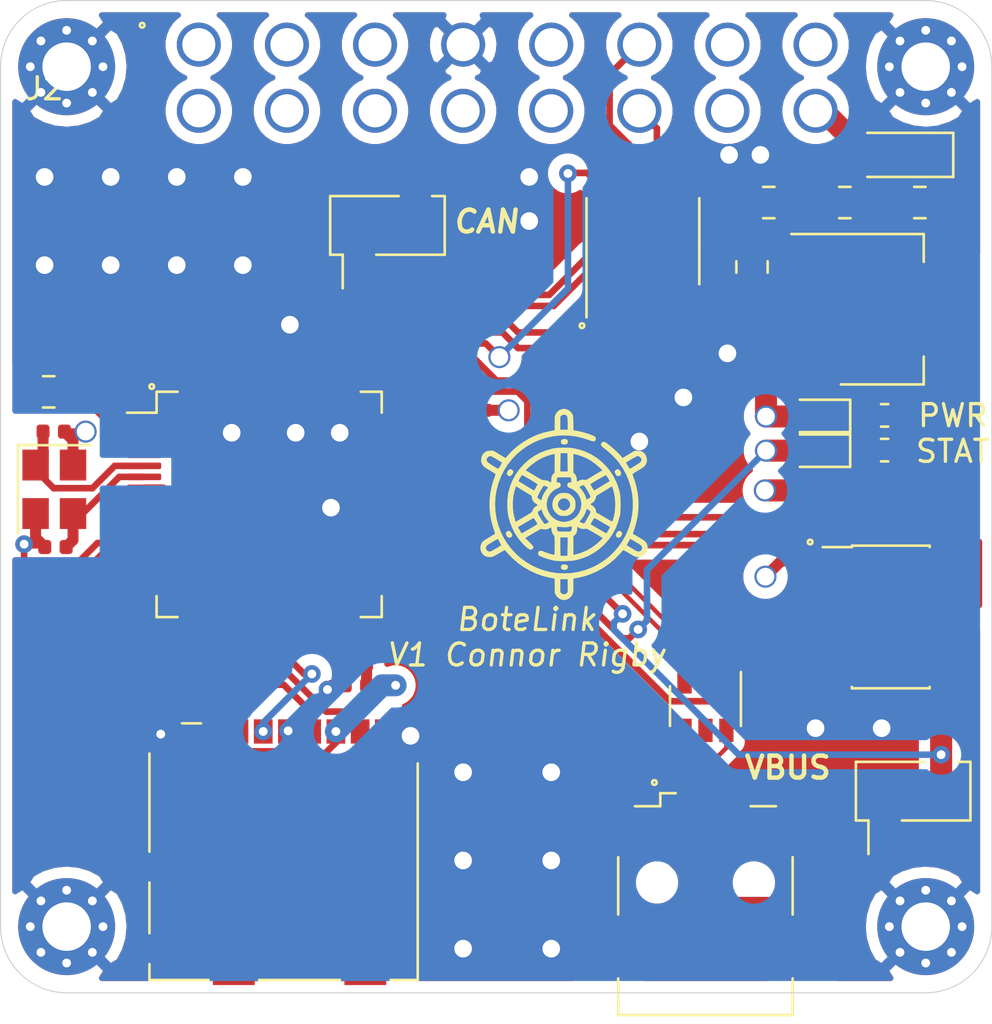
<source format=kicad_pcb>
(kicad_pcb (version 20171130) (host pcbnew 5.1.6)
  (layers (0 F.Cu signal) (1 In1.Cu power) (2 In2.Cu power) (31 B.Cu signal) (34 B.Paste user) (35 F.Paste user) (36 B.SilkS user) (37 F.SilkS user) (38 B.Mask user) (39 F.Mask user) (44 Edge.Cuts user))
  (net 0 "")
  (net 1 GND)
  (net 2 "Net-(C1-Pad2)")
  (net 3 +3V3)
  (net 4 HSE_IN)
  (net 5 HSE_OUT)
  (net 6 NRST)
  (net 7 "Net-(D1-Pad1)")
  (net 8 VCC)
  (net 9 "Net-(D2-Pad1)")
  (net 10 "Net-(D3-Pad2)")
  (net 11 "Net-(D3-Pad1)")
  (net 12 "Net-(F1-Pad2)")
  (net 13 "Net-(J1-Pad4)")
  (net 14 USB_CONN_D+)
  (net 15 USB_CONN_D-)
  (net 16 "Net-(J1-Pad1)")
  (net 17 "Net-(J2-Pad1)")
  (net 18 "Net-(J2-Pad2)")
  (net 19 "Net-(J2-Pad5)")
  (net 20 CANH)
  (net 21 "Net-(J2-Pad7)")
  (net 22 "Net-(J2-Pad10)")
  (net 23 CANL)
  (net 24 "Net-(J2-Pad15)")
  (net 25 "Net-(J3-Pad1)")
  (net 26 "Net-(J3-Pad8)")
  (net 27 SD_CS)
  (net 28 MOSI)
  (net 29 SCK)
  (net 30 MISO)
  (net 31 "Net-(J3-Pad9)")
  (net 32 SWDIO)
  (net 33 SWCLK)
  (net 34 SWO)
  (net 35 "Net-(J4-Pad7)")
  (net 36 "Net-(J4-Pad8)")
  (net 37 USB_VBUS)
  (net 38 "Net-(JP2-Pad1)")
  (net 39 "Net-(R1-Pad1)")
  (net 40 BOOT0)
  (net 41 CAN1_TX)
  (net 42 CAN1_RX)
  (net 43 "Net-(U1-Pad5)")
  (net 44 USB_D+)
  (net 45 "Net-(U3-Pad2)")
  (net 46 USB_D-)
  (net 47 "Net-(U3-Pad5)")
  (net 48 "Net-(U4-Pad2)")
  (net 49 "Net-(U4-Pad3)")
  (net 50 "Net-(U4-Pad4)")
  (net 51 "Net-(U4-Pad8)")
  (net 52 "Net-(U4-Pad9)")
  (net 53 "Net-(U4-Pad10)")
  (net 54 "Net-(U4-Pad11)")
  (net 55 "Net-(U4-Pad14)")
  (net 56 "Net-(U4-Pad15)")
  (net 57 "Net-(U4-Pad16)")
  (net 58 "Net-(U4-Pad17)")
  (net 59 "Net-(U4-Pad24)")
  (net 60 "Net-(U4-Pad25)")
  (net 61 "Net-(U4-Pad26)")
  (net 62 "Net-(U4-Pad27)")
  (net 63 "Net-(U4-Pad28)")
  (net 64 "Net-(U4-Pad29)")
  (net 65 "Net-(U4-Pad30)")
  (net 66 "Net-(U4-Pad34)")
  (net 67 "Net-(U4-Pad35)")
  (net 68 "Net-(U4-Pad36)")
  (net 69 "Net-(U4-Pad37)")
  (net 70 "Net-(U4-Pad38)")
  (net 71 "Net-(U4-Pad39)")
  (net 72 "Net-(U4-Pad40)")
  (net 73 "Net-(U4-Pad41)")
  (net 74 "Net-(U4-Pad43)")
  (net 75 "Net-(U4-Pad50)")
  (net 76 "Net-(U4-Pad51)")
  (net 77 "Net-(U4-Pad52)")
  (net 78 "Net-(U4-Pad53)")
  (net 79 "Net-(U4-Pad54)")
  (net 80 "Net-(U4-Pad56)")
  (net 81 "Net-(U4-Pad57)")
  (net 82 "Net-(U4-Pad58)")
  (net 83 "Net-(U4-Pad59)")
  (net 84 "Net-(J3-Pad11)")
  (net 85 "Net-(J3-Pad10)")
  (module Capacitor_SMD:C_0402_1005Metric (layer F.Cu) (at 212.852 121.92)
    (fp_text reference C11)
    (fp_text value 100nf)
    (pad 1 smd roundrect (at -0.485 0) (size 0.59 0.64) (layers F.Cu F.Paste F.Mask) (net 6 NRST))
    (pad 2 smd roundrect (at 0.485 0) (size 0.59 0.64) (layers F.Cu F.Paste F.Mask) (net 1 GND))
  )
  (module Package_SO:SOIC-8_3.9x4.9mm_P1.27mm (layer F.Cu) (at 199.1614 100.9142 90)
    (fp_text reference U1)
    (fp_text value SN65HVD230)
    (pad 1 smd roundrect (at -2.475 -1.905 90) (size 1.95 0.6) (layers F.Cu F.Paste F.Mask) (net 41 CAN1_TX))
    (pad 2 smd roundrect (at -2.475 -0.635 90) (size 1.95 0.6) (layers F.Cu F.Paste F.Mask) (net 1 GND))
    (pad 3 smd roundrect (at -2.475 0.635 90) (size 1.95 0.6) (layers F.Cu F.Paste F.Mask) (net 3 +3V3))
    (pad 4 smd roundrect (at -2.475 1.905 90) (size 1.95 0.6) (layers F.Cu F.Paste F.Mask) (net 42 CAN1_RX))
    (pad 5 smd roundrect (at 2.475 1.905 90) (size 1.95 0.6) (layers F.Cu F.Paste F.Mask) (net 43 "Net-(U1-Pad5)"))
    (pad 6 smd roundrect (at 2.475 0.635 90) (size 1.95 0.6) (layers F.Cu F.Paste F.Mask) (net 23 CANL))
    (pad 7 smd roundrect (at 2.475 -0.635 90) (size 1.95 0.6) (layers F.Cu F.Paste F.Mask) (net 20 CANH))
    (pad 8 smd roundrect (at 2.475 -1.905 90) (size 1.95 0.6) (layers F.Cu F.Paste F.Mask) (net 39 "Net-(R1-Pad1)"))
  )
  (module OBD2:J1962 (layer F.Cu) (at 179 92)
    (fp_text reference J2 (at -7 2) (layer F.SilkS))
    (fp_text value J1962)
    (pad 16 thru_hole circle (at 28 3) (size 2 2) (drill 1.5) (layers *.Cu *.Mask) (net 8 VCC))
    (pad 15 thru_hole circle (at 24 3) (size 2 2) (drill 1.5) (layers *.Cu *.Mask) (net 24 "Net-(J2-Pad15)"))
    (pad 14 thru_hole circle (at 20 3) (size 2 2) (drill 1.5) (layers *.Cu *.Mask) (net 23 CANL))
    (pad 13 thru_hole circle (at 16 3) (size 2 2) (drill 1.5) (layers *.Cu *.Mask))
    (pad 12 thru_hole circle (at 12 3) (size 2 2) (drill 1.5) (layers *.Cu *.Mask))
    (pad 11 thru_hole circle (at 8 3) (size 2 2) (drill 1.5) (layers *.Cu *.Mask))
    (pad 10 thru_hole circle (at 4 3) (size 2 2) (drill 1.5) (layers *.Cu *.Mask) (net 22 "Net-(J2-Pad10)"))
    (pad 9 thru_hole circle (at 0 3) (size 2 2) (drill 1.5) (layers *.Cu *.Mask))
    (pad 8 thru_hole circle (at 28 0) (size 2 2) (drill 1.5) (layers *.Cu *.Mask))
    (pad 7 thru_hole circle (at 24 0) (size 2 2) (drill 1.5) (layers *.Cu *.Mask) (net 21 "Net-(J2-Pad7)"))
    (pad 6 thru_hole circle (at 20 0) (size 2 2) (drill 1.5) (layers *.Cu *.Mask) (net 20 CANH))
    (pad 5 thru_hole circle (at 16 0) (size 2 2) (drill 1.5) (layers *.Cu *.Mask) (net 19 "Net-(J2-Pad5)"))
    (pad 4 thru_hole circle (at 12 0) (size 2 2) (drill 1.5) (layers *.Cu *.Mask) (net 1 GND))
    (pad 3 thru_hole circle (at 8 0) (size 2 2) (drill 1.5) (layers *.Cu *.Mask))
    (pad 2 thru_hole circle (at 4 0) (size 2 2) (drill 1.5) (layers *.Cu *.Mask) (net 18 "Net-(J2-Pad2)"))
    (pad 1 thru_hole circle (at 0 0) (size 2 2) (drill 1.5) (layers *.Cu *.Mask) (net 17 "Net-(J2-Pad1)"))
  )
  (module Logos:BoteLinkLogo (layer F.Cu) (at 195.58 112.8522)
    (fp_text reference G*** hide)
    (fp_text value LOGO hide)
  )
  (module Capacitor_SMD:C_0805_2012Metric (layer F.Cu) (at 204.8764 99.1616)
    (fp_text reference C1)
    (fp_text value 10uf)
    (pad 1 smd roundrect (at -0.9375 0) (size 0.975 1.4) (layers F.Cu F.Paste F.Mask) (net 1 GND))
    (pad 2 smd roundrect (at 0.9375 0) (size 0.975 1.4) (layers F.Cu F.Paste F.Mask) (net 2 "Net-(C1-Pad2)"))
  )
  (module Capacitor_SMD:C_0402_1005Metric (layer F.Cu) (at 191.008 109.0676 270)
    (fp_text reference C2)
    (fp_text value 100nf)
    (pad 2 smd roundrect (at 0.485 0 270) (size 0.59 0.64) (layers F.Cu F.Paste F.Mask) (net 1 GND))
    (pad 1 smd roundrect (at -0.485 0 270) (size 0.59 0.64) (layers F.Cu F.Paste F.Mask) (net 3 +3V3))
  )
  (module Capacitor_SMD:C_0805_2012Metric (layer F.Cu) (at 204.1144 102.0826 270)
    (fp_text reference C3)
    (fp_text value 10uf)
    (pad 1 smd roundrect (at -0.9375 0 270) (size 0.975 1.4) (layers F.Cu F.Paste F.Mask) (net 1 GND))
    (pad 2 smd roundrect (at 0.9375 0 270) (size 0.975 1.4) (layers F.Cu F.Paste F.Mask) (net 3 +3V3))
  )
  (module Capacitor_SMD:C_0805_2012Metric (layer F.Cu) (at 172.1866 107.7468)
    (fp_text reference C4)
    (fp_text value 10uf)
    (pad 2 smd roundrect (at 0.9375 0) (size 0.975 1.4) (layers F.Cu F.Paste F.Mask) (net 3 +3V3))
    (pad 1 smd roundrect (at -0.9375 0) (size 0.975 1.4) (layers F.Cu F.Paste F.Mask) (net 1 GND))
  )
  (module Capacitor_SMD:C_0402_1005Metric (layer F.Cu) (at 173.5074 118.2624 180)
    (fp_text reference C5)
    (fp_text value 100nf)
    (pad 1 smd roundrect (at -0.485 0 180) (size 0.59 0.64) (layers F.Cu F.Paste F.Mask) (net 3 +3V3))
    (pad 2 smd roundrect (at 0.485 0 180) (size 0.59 0.64) (layers F.Cu F.Paste F.Mask) (net 1 GND))
  )
  (module Capacitor_SMD:C_0402_1005Metric (layer F.Cu) (at 191.9986 109.0676 270)
    (fp_text reference C6)
    (fp_text value 100nf)
    (pad 2 smd roundrect (at 0.485 0 270) (size 0.59 0.64) (layers F.Cu F.Paste F.Mask) (net 1 GND))
    (pad 1 smd roundrect (at -0.485 0 270) (size 0.59 0.64) (layers F.Cu F.Paste F.Mask) (net 3 +3V3))
  )
  (module Capacitor_SMD:C_0402_1005Metric (layer F.Cu) (at 190.0174 109.070001 270)
    (fp_text reference C7)
    (fp_text value 100nf)
    (pad 2 smd roundrect (at 0.485 0 270) (size 0.59 0.64) (layers F.Cu F.Paste F.Mask) (net 1 GND))
    (pad 1 smd roundrect (at -0.485 0 270) (size 0.59 0.64) (layers F.Cu F.Paste F.Mask) (net 3 +3V3))
  )
  (module Capacitor_SMD:C_0402_1005Metric (layer F.Cu) (at 172.4152 109.5502 180)
    (fp_text reference C8)
    (fp_text value 20pf)
    (pad 1 smd roundrect (at -0.485 0 180) (size 0.59 0.64) (layers F.Cu F.Paste F.Mask) (net 1 GND))
    (pad 2 smd roundrect (at 0.485 0 180) (size 0.59 0.64) (layers F.Cu F.Paste F.Mask) (net 4 HSE_IN))
  )
  (module Capacitor_SMD:C_0402_1005Metric (layer F.Cu) (at 186.1312 120.0912 180)
    (fp_text reference C9)
    (fp_text value 100nf)
    (pad 1 smd roundrect (at -0.485 0 180) (size 0.59 0.64) (layers F.Cu F.Paste F.Mask) (net 3 +3V3))
    (pad 2 smd roundrect (at 0.485 0 180) (size 0.59 0.64) (layers F.Cu F.Paste F.Mask) (net 1 GND))
  )
  (module Capacitor_SMD:C_0402_1005Metric (layer F.Cu) (at 172.4914 114.7826)
    (fp_text reference C10)
    (fp_text value 20pf)
    (pad 1 smd roundrect (at -0.485 0) (size 0.59 0.64) (layers F.Cu F.Paste F.Mask) (net 1 GND))
    (pad 2 smd roundrect (at 0.485 0) (size 0.59 0.64) (layers F.Cu F.Paste F.Mask) (net 5 HSE_OUT))
  )
  (module Capacitor_SMD:C_0402_1005Metric (layer F.Cu) (at 186.1312 121.0564 180)
    (fp_text reference C12)
    (fp_text value 100nf)
    (pad 2 smd roundrect (at 0.485 0 180) (size 0.59 0.64) (layers F.Cu F.Paste F.Mask) (net 1 GND))
    (pad 1 smd roundrect (at -0.485 0 180) (size 0.59 0.64) (layers F.Cu F.Paste F.Mask) (net 3 +3V3))
  )
  (module Capacitor_SMD:C_0402_1005Metric (layer F.Cu) (at 173.51 116.2986 180)
    (fp_text reference C13)
    (fp_text value 100nf)
    (pad 1 smd roundrect (at -0.485 0 180) (size 0.59 0.64) (layers F.Cu F.Paste F.Mask) (net 3 +3V3))
    (pad 2 smd roundrect (at 0.485 0 180) (size 0.59 0.64) (layers F.Cu F.Paste F.Mask) (net 1 GND))
  )
  (module Capacitor_SMD:C_0402_1005Metric (layer F.Cu) (at 173.51 117.2892 180)
    (fp_text reference C14)
    (fp_text value 100nf)
    (pad 2 smd roundrect (at 0.485 0 180) (size 0.59 0.64) (layers F.Cu F.Paste F.Mask) (net 1 GND))
    (pad 1 smd roundrect (at -0.485 0 180) (size 0.59 0.64) (layers F.Cu F.Paste F.Mask) (net 3 +3V3))
  )
  (module Diode_SMD:D_SOD-123 (layer F.Cu) (at 211 97 180)
    (fp_text reference D1)
    (fp_text value B5819W)
    (pad 1 smd rect (at -1.65 0 180) (size 0.9 1.2) (layers F.Cu F.Paste F.Mask) (net 7 "Net-(D1-Pad1)"))
    (pad 2 smd rect (at 1.65 0 180) (size 0.9 1.2) (layers F.Cu F.Paste F.Mask) (net 8 VCC))
  )
  (module LED_SMD:LED_0603_1608Metric (layer F.Cu) (at 207.0862 108.839 180)
    (fp_text reference D2)
    (fp_text value RED)
    (pad 1 smd roundrect (at -0.7875 0 180) (size 0.875 0.95) (layers F.Cu F.Paste F.Mask) (net 9 "Net-(D2-Pad1)"))
    (pad 2 smd roundrect (at 0.7875 0 180) (size 0.875 0.95) (layers F.Cu F.Paste F.Mask) (net 3 +3V3))
  )
  (module LED_SMD:LED_0603_1608Metric (layer F.Cu) (at 207.0862 110.4138 180)
    (fp_text reference D3)
    (fp_text value RED)
    (pad 2 smd roundrect (at 0.7875 0 180) (size 0.875 0.95) (layers F.Cu F.Paste F.Mask) (net 10 "Net-(D3-Pad2)"))
    (pad 1 smd roundrect (at -0.7875 0 180) (size 0.875 0.95) (layers F.Cu F.Paste F.Mask) (net 11 "Net-(D3-Pad1)"))
  )
  (module Fuse:Fuse_0805_2012Metric (layer F.Cu) (at 211.7344 99.1616 180)
    (fp_text reference F1)
    (fp_text value 500ma)
    (pad 1 smd roundrect (at -0.9375 0 180) (size 0.975 1.4) (layers F.Cu F.Paste F.Mask) (net 7 "Net-(D1-Pad1)"))
    (pad 2 smd roundrect (at 0.9375 0 180) (size 0.975 1.4) (layers F.Cu F.Paste F.Mask) (net 12 "Net-(F1-Pad2)"))
  )
  (module Inductor_SMD:L_0805_2012Metric (layer F.Cu) (at 208.3308 99.1616)
    (fp_text reference FB1)
    (fp_text value "100 @ 100MHz")
    (pad 1 smd roundrect (at -0.9375 0) (size 0.975 1.4) (layers F.Cu F.Paste F.Mask) (net 2 "Net-(C1-Pad2)"))
    (pad 2 smd roundrect (at 0.9375 0) (size 0.975 1.4) (layers F.Cu F.Paste F.Mask) (net 12 "Net-(F1-Pad2)"))
  )
  (module Crystal:Crystal_SMD_3225-4Pin_3.2x2.5mm (layer F.Cu) (at 172.4406 112.1664 270)
    (fp_text reference HSE1)
    (fp_text value 25MHz)
    (pad 1 smd rect (at -1.1 0.85 270) (size 1.4 1.2) (layers F.Cu F.Paste F.Mask) (net 4 HSE_IN))
    (pad 2 smd rect (at 1.1 0.85 270) (size 1.4 1.2) (layers F.Cu F.Paste F.Mask) (net 1 GND))
    (pad 3 smd rect (at 1.1 -0.85 270) (size 1.4 1.2) (layers F.Cu F.Paste F.Mask) (net 5 HSE_OUT))
    (pad 4 smd rect (at -1.1 -0.85 270) (size 1.4 1.2) (layers F.Cu F.Paste F.Mask) (net 1 GND))
  )
  (module Connector_Card:microSD_HC_Molex_104031-0811 (layer F.Cu) (at 182.8292 128.6002)
    (fp_text reference J3)
    (fp_text value Micro_SD_Card)
    (pad 1 smd rect (at -3.105 -5.45) (size 0.85 1.1) (layers F.Cu F.Paste F.Mask) (net 25 "Net-(J3-Pad1)"))
    (pad 8 smd rect (at 4.545 -5.45) (size 0.75 1.1) (layers F.Cu F.Paste F.Mask) (net 26 "Net-(J3-Pad8)"))
    (pad 2 smd rect (at -2.005 -5.45) (size 0.85 1.1) (layers F.Cu F.Paste F.Mask) (net 27 SD_CS))
    (pad 3 smd rect (at -0.905 -5.45) (size 0.85 1.1) (layers F.Cu F.Paste F.Mask) (net 28 MOSI))
    (pad 4 smd rect (at 0.195 -5.45) (size 0.85 1.1) (layers F.Cu F.Paste F.Mask) (net 1 GND))
    (pad 5 smd rect (at 1.295 -5.45) (size 0.85 1.1) (layers F.Cu F.Paste F.Mask) (net 29 SCK))
    (pad 6 smd rect (at 2.395 -5.45) (size 0.85 1.1) (layers F.Cu F.Paste F.Mask) (net 3 +3V3))
    (pad 7 smd rect (at 3.495 -5.45) (size 0.85 1.1) (layers F.Cu F.Paste F.Mask) (net 30 MISO))
    (pad 11 smd rect (at 5.755 -5.1) (size 1.17 1.8) (layers F.Cu F.Paste F.Mask) (net 1 GND))
    (pad 11 smd rect (at -5.565 -5.325) (size 1.55 1.35) (layers F.Cu F.Paste F.Mask) (net 1 GND))
    (pad 10 smd rect (at -5.74 4.4) (size 1.2 1) (layers F.Cu F.Paste F.Mask) (net 85 "Net-(J3-Pad10)"))
    (pad 9 smd rect (at -5.74 0.7) (size 1.2 1) (layers F.Cu F.Paste F.Mask) (net 31 "Net-(J3-Pad9)"))
    (pad 11 smd rect (at -2.24 5.375) (size 1.9 1.35) (layers F.Cu F.Paste F.Mask) (net 84 "Net-(J3-Pad11)"))
    (pad 11 smd rect (at 3.73 5.375) (size 1.9 1.35) (layers F.Cu F.Paste F.Mask) (net 84 "Net-(J3-Pad11)"))
  )
  (module Connector_PinHeader_1.27mm:PinHeader_2x05_P1.27mm_Vertical_SMD (layer F.Cu) (at 210.4136 117.9576)
    (fp_text reference J4)
    (fp_text value Conn_02x05_Odd_Even)
    (pad 1 smd rect (at -1.95 -2.54) (size 2.4 0.74) (layers F.Cu F.Paste F.Mask) (net 3 +3V3))
    (pad 2 smd rect (at 1.95 -2.54) (size 2.4 0.74) (layers F.Cu F.Paste F.Mask) (net 32 SWDIO))
    (pad 3 smd rect (at -1.95 -1.27) (size 2.4 0.74) (layers F.Cu F.Paste F.Mask) (net 1 GND))
    (pad 4 smd rect (at 1.95 -1.27) (size 2.4 0.74) (layers F.Cu F.Paste F.Mask) (net 33 SWCLK))
    (pad 5 smd rect (at -1.95 0) (size 2.4 0.74) (layers F.Cu F.Paste F.Mask) (net 1 GND))
    (pad 6 smd rect (at 1.95 0) (size 2.4 0.74) (layers F.Cu F.Paste F.Mask) (net 34 SWO))
    (pad 7 smd rect (at -1.95 1.27) (size 2.4 0.74) (layers F.Cu F.Paste F.Mask) (net 35 "Net-(J4-Pad7)"))
    (pad 8 smd rect (at 1.95 1.27) (size 2.4 0.74) (layers F.Cu F.Paste F.Mask) (net 36 "Net-(J4-Pad8)"))
    (pad 9 smd rect (at -1.95 2.54) (size 2.4 0.74) (layers F.Cu F.Paste F.Mask) (net 1 GND))
    (pad 10 smd rect (at 1.95 2.54) (size 2.4 0.74) (layers F.Cu F.Paste F.Mask) (net 6 NRST))
  )
  (module Resistor_SMD:R_0402_1005Metric (layer F.Cu) (at 182.10784 105.2195 90)
    (fp_text reference R1)
    (fp_text value 10k)
    (pad 2 smd roundrect (at 0.485 0 90) (size 0.59 0.64) (layers F.Cu F.Paste F.Mask) (net 1 GND))
    (pad 1 smd roundrect (at -0.485 0 90) (size 0.59 0.64) (layers F.Cu F.Paste F.Mask) (net 39 "Net-(R1-Pad1)"))
  )
  (module Resistor_SMD:R_0402_1005Metric (layer F.Cu) (at 191.15532 102.72014 90)
    (fp_text reference R2)
    (fp_text value 120k)
    (pad 1 smd roundrect (at -0.485 0 90) (size 0.59 0.64) (layers F.Cu F.Paste F.Mask) (net 38 "Net-(JP2-Pad1)"))
    (pad 2 smd roundrect (at 0.485 0 90) (size 0.59 0.64) (layers F.Cu F.Paste F.Mask) (net 20 CANH))
  )
  (module Resistor_SMD:R_0603_1608Metric (layer F.Cu) (at 210.1342 108.8136)
    (fp_text reference R3)
    (fp_text value 2.2k)
    (pad 1 smd roundrect (at -0.7875 0) (size 0.875 0.95) (layers F.Cu F.Paste F.Mask) (net 9 "Net-(D2-Pad1)"))
    (pad 2 smd roundrect (at 0.7875 0) (size 0.875 0.95) (layers F.Cu F.Paste F.Mask) (net 1 GND))
  )
  (module Resistor_SMD:R_0402_1005Metric (layer F.Cu) (at 181.11724 105.2195 90)
    (fp_text reference R4)
    (fp_text value 10k)
    (pad 1 smd roundrect (at -0.485 0 90) (size 0.59 0.64) (layers F.Cu F.Paste F.Mask) (net 40 BOOT0))
    (pad 2 smd roundrect (at 0.485 0 90) (size 0.59 0.64) (layers F.Cu F.Paste F.Mask) (net 1 GND))
  )
  (module Resistor_SMD:R_0603_1608Metric (layer F.Cu) (at 210.1342 110.3884)
    (fp_text reference R5)
    (fp_text value 2.2k)
    (pad 2 smd roundrect (at 0.7875 0) (size 0.875 0.95) (layers F.Cu F.Paste F.Mask) (net 1 GND))
    (pad 1 smd roundrect (at -0.7875 0) (size 0.875 0.95) (layers F.Cu F.Paste F.Mask) (net 11 "Net-(D3-Pad1)"))
  )
  (module Package_TO_SOT_SMD:SOT-223-3_TabPin2 (layer F.Cu) (at 210 104)
    (fp_text reference U2)
    (fp_text value AMS1117-3.3)
    (pad 2 smd rect (at 3.15 0) (size 2 3.8) (layers F.Cu F.Paste F.Mask) (net 3 +3V3))
    (pad 2 smd rect (at -3.15 0) (size 2 1.5) (layers F.Cu F.Paste F.Mask) (net 3 +3V3))
    (pad 3 smd rect (at -3.15 2.3) (size 2 1.5) (layers F.Cu F.Paste F.Mask) (net 2 "Net-(C1-Pad2)"))
    (pad 1 smd rect (at -3.15 -2.3) (size 2 1.5) (layers F.Cu F.Paste F.Mask) (net 1 GND))
  )
  (module Package_TO_SOT_SMD:SOT-23-6 (layer F.Cu) (at 202 122 270)
    (fp_text reference U3)
    (fp_text value USBLC6-2SC6)
    (pad 1 smd rect (at -1.1 -0.95 270) (size 1.06 0.65) (layers F.Cu F.Paste F.Mask) (net 44 USB_D+))
    (pad 2 smd rect (at -1.1 0 270) (size 1.06 0.65) (layers F.Cu F.Paste F.Mask) (net 45 "Net-(U3-Pad2)"))
    (pad 3 smd rect (at -1.1 0.95 270) (size 1.06 0.65) (layers F.Cu F.Paste F.Mask) (net 46 USB_D-))
    (pad 4 smd rect (at 1.1 0.95 270) (size 1.06 0.65) (layers F.Cu F.Paste F.Mask) (net 15 USB_CONN_D-))
    (pad 6 smd rect (at 1.1 -0.95 270) (size 1.06 0.65) (layers F.Cu F.Paste F.Mask) (net 14 USB_CONN_D+))
    (pad 5 smd rect (at 1.1 0 270) (size 1.06 0.65) (layers F.Cu F.Paste F.Mask) (net 47 "Net-(U3-Pad5)"))
  )
  (module Package_QFP:LQFP-64_10x10mm_P0.5mm (layer F.Cu) (at 182.1942 112.8522)
    (fp_text reference U4)
    (fp_text value STM32F105RBTx)
    (pad 1 smd roundrect (at -5.675 -3.75) (size 1.55 0.3) (layers F.Cu F.Paste F.Mask) (net 3 +3V3))
    (pad 2 smd roundrect (at -5.675 -3.25) (size 1.55 0.3) (layers F.Cu F.Paste F.Mask) (net 48 "Net-(U4-Pad2)"))
    (pad 3 smd roundrect (at -5.675 -2.75) (size 1.55 0.3) (layers F.Cu F.Paste F.Mask) (net 49 "Net-(U4-Pad3)"))
    (pad 4 smd roundrect (at -5.675 -2.25) (size 1.55 0.3) (layers F.Cu F.Paste F.Mask) (net 50 "Net-(U4-Pad4)"))
    (pad 5 smd roundrect (at -5.675 -1.75) (size 1.55 0.3) (layers F.Cu F.Paste F.Mask) (net 4 HSE_IN))
    (pad 6 smd roundrect (at -5.675 -1.25) (size 1.55 0.3) (layers F.Cu F.Paste F.Mask) (net 5 HSE_OUT))
    (pad 7 smd roundrect (at -5.675 -0.75) (size 1.55 0.3) (layers F.Cu F.Paste F.Mask) (net 6 NRST))
    (pad 8 smd roundrect (at -5.675 -0.25) (size 1.55 0.3) (layers F.Cu F.Paste F.Mask) (net 51 "Net-(U4-Pad8)"))
    (pad 9 smd roundrect (at -5.675 0.25) (size 1.55 0.3) (layers F.Cu F.Paste F.Mask) (net 52 "Net-(U4-Pad9)"))
    (pad 10 smd roundrect (at -5.675 0.75) (size 1.55 0.3) (layers F.Cu F.Paste F.Mask) (net 53 "Net-(U4-Pad10)"))
    (pad 11 smd roundrect (at -5.675 1.25) (size 1.55 0.3) (layers F.Cu F.Paste F.Mask) (net 54 "Net-(U4-Pad11)"))
    (pad 12 smd roundrect (at -5.675 1.75) (size 1.55 0.3) (layers F.Cu F.Paste F.Mask) (net 1 GND))
    (pad 13 smd roundrect (at -5.675 2.25) (size 1.55 0.3) (layers F.Cu F.Paste F.Mask) (net 3 +3V3))
    (pad 14 smd roundrect (at -5.675 2.75) (size 1.55 0.3) (layers F.Cu F.Paste F.Mask) (net 55 "Net-(U4-Pad14)"))
    (pad 15 smd roundrect (at -5.675 3.25) (size 1.55 0.3) (layers F.Cu F.Paste F.Mask) (net 56 "Net-(U4-Pad15)"))
    (pad 16 smd roundrect (at -5.675 3.75) (size 1.55 0.3) (layers F.Cu F.Paste F.Mask) (net 57 "Net-(U4-Pad16)"))
    (pad 17 smd roundrect (at -3.75 5.675) (size 0.3 1.55) (layers F.Cu F.Paste F.Mask) (net 58 "Net-(U4-Pad17)"))
    (pad 18 smd roundrect (at -3.25 5.675) (size 0.3 1.55) (layers F.Cu F.Paste F.Mask) (net 1 GND))
    (pad 19 smd roundrect (at -2.75 5.675) (size 0.3 1.55) (layers F.Cu F.Paste F.Mask) (net 3 +3V3))
    (pad 20 smd roundrect (at -2.25 5.675) (size 0.3 1.55) (layers F.Cu F.Paste F.Mask) (net 27 SD_CS))
    (pad 21 smd roundrect (at -1.75 5.675) (size 0.3 1.55) (layers F.Cu F.Paste F.Mask) (net 29 SCK))
    (pad 22 smd roundrect (at -1.25 5.675) (size 0.3 1.55) (layers F.Cu F.Paste F.Mask) (net 30 MISO))
    (pad 23 smd roundrect (at -0.75 5.675) (size 0.3 1.55) (layers F.Cu F.Paste F.Mask) (net 28 MOSI))
    (pad 24 smd roundrect (at -0.25 5.675) (size 0.3 1.55) (layers F.Cu F.Paste F.Mask) (net 59 "Net-(U4-Pad24)"))
    (pad 25 smd roundrect (at 0.25 5.675) (size 0.3 1.55) (layers F.Cu F.Paste F.Mask) (net 60 "Net-(U4-Pad25)"))
    (pad 26 smd roundrect (at 0.75 5.675) (size 0.3 1.55) (layers F.Cu F.Paste F.Mask) (net 61 "Net-(U4-Pad26)"))
    (pad 27 smd roundrect (at 1.25 5.675) (size 0.3 1.55) (layers F.Cu F.Paste F.Mask) (net 62 "Net-(U4-Pad27)"))
    (pad 28 smd roundrect (at 1.75 5.675) (size 0.3 1.55) (layers F.Cu F.Paste F.Mask) (net 63 "Net-(U4-Pad28)"))
    (pad 29 smd roundrect (at 2.25 5.675) (size 0.3 1.55) (layers F.Cu F.Paste F.Mask) (net 64 "Net-(U4-Pad29)"))
    (pad 30 smd roundrect (at 2.75 5.675) (size 0.3 1.55) (layers F.Cu F.Paste F.Mask) (net 65 "Net-(U4-Pad30)"))
    (pad 31 smd roundrect (at 3.25 5.675) (size 0.3 1.55) (layers F.Cu F.Paste F.Mask) (net 1 GND))
    (pad 32 smd roundrect (at 3.75 5.675) (size 0.3 1.55) (layers F.Cu F.Paste F.Mask) (net 3 +3V3))
    (pad 33 smd roundrect (at 5.675 3.75) (size 1.55 0.3) (layers F.Cu F.Paste F.Mask) (net 10 "Net-(D3-Pad2)"))
    (pad 34 smd roundrect (at 5.675 3.25) (size 1.55 0.3) (layers F.Cu F.Paste F.Mask) (net 66 "Net-(U4-Pad34)"))
    (pad 35 smd roundrect (at 5.675 2.75) (size 1.55 0.3) (layers F.Cu F.Paste F.Mask) (net 67 "Net-(U4-Pad35)"))
    (pad 36 smd roundrect (at 5.675 2.25) (size 1.55 0.3) (layers F.Cu F.Paste F.Mask) (net 68 "Net-(U4-Pad36)"))
    (pad 37 smd roundrect (at 5.675 1.75) (size 1.55 0.3) (layers F.Cu F.Paste F.Mask) (net 69 "Net-(U4-Pad37)"))
    (pad 38 smd roundrect (at 5.675 1.25) (size 1.55 0.3) (layers F.Cu F.Paste F.Mask) (net 70 "Net-(U4-Pad38)"))
    (pad 39 smd roundrect (at 5.675 0.75) (size 1.55 0.3) (layers F.Cu F.Paste F.Mask) (net 71 "Net-(U4-Pad39)"))
    (pad 40 smd roundrect (at 5.675 0.25) (size 1.55 0.3) (layers F.Cu F.Paste F.Mask) (net 72 "Net-(U4-Pad40)"))
    (pad 41 smd roundrect (at 5.675 -0.25) (size 1.55 0.3) (layers F.Cu F.Paste F.Mask) (net 73 "Net-(U4-Pad41)"))
    (pad 42 smd roundrect (at 5.675 -0.75) (size 1.55 0.3) (layers F.Cu F.Paste F.Mask) (net 37 USB_VBUS))
    (pad 43 smd roundrect (at 5.675 -1.25) (size 1.55 0.3) (layers F.Cu F.Paste F.Mask) (net 74 "Net-(U4-Pad43)"))
    (pad 44 smd roundrect (at 5.675 -1.75) (size 1.55 0.3) (layers F.Cu F.Paste F.Mask) (net 46 USB_D-))
    (pad 45 smd roundrect (at 5.675 -2.25) (size 1.55 0.3) (layers F.Cu F.Paste F.Mask) (net 44 USB_D+))
    (pad 46 smd roundrect (at 5.675 -2.75) (size 1.55 0.3) (layers F.Cu F.Paste F.Mask) (net 32 SWDIO))
    (pad 47 smd roundrect (at 5.675 -3.25) (size 1.55 0.3) (layers F.Cu F.Paste F.Mask) (net 1 GND))
    (pad 48 smd roundrect (at 5.675 -3.75) (size 1.55 0.3) (layers F.Cu F.Paste F.Mask) (net 3 +3V3))
    (pad 49 smd roundrect (at 3.75 -5.675) (size 0.3 1.55) (layers F.Cu F.Paste F.Mask) (net 33 SWCLK))
    (pad 50 smd roundrect (at 3.25 -5.675) (size 0.3 1.55) (layers F.Cu F.Paste F.Mask) (net 75 "Net-(U4-Pad50)"))
    (pad 51 smd roundrect (at 2.75 -5.675) (size 0.3 1.55) (layers F.Cu F.Paste F.Mask) (net 76 "Net-(U4-Pad51)"))
    (pad 52 smd roundrect (at 2.25 -5.675) (size 0.3 1.55) (layers F.Cu F.Paste F.Mask) (net 77 "Net-(U4-Pad52)"))
    (pad 53 smd roundrect (at 1.75 -5.675) (size 0.3 1.55) (layers F.Cu F.Paste F.Mask) (net 78 "Net-(U4-Pad53)"))
    (pad 54 smd roundrect (at 1.25 -5.675) (size 0.3 1.55) (layers F.Cu F.Paste F.Mask) (net 79 "Net-(U4-Pad54)"))
    (pad 55 smd roundrect (at 0.75 -5.675) (size 0.3 1.55) (layers F.Cu F.Paste F.Mask) (net 34 SWO))
    (pad 56 smd roundrect (at 0.25 -5.675) (size 0.3 1.55) (layers F.Cu F.Paste F.Mask) (net 80 "Net-(U4-Pad56)"))
    (pad 57 smd roundrect (at -0.25 -5.675) (size 0.3 1.55) (layers F.Cu F.Paste F.Mask) (net 81 "Net-(U4-Pad57)"))
    (pad 58 smd roundrect (at -0.75 -5.675) (size 0.3 1.55) (layers F.Cu F.Paste F.Mask) (net 82 "Net-(U4-Pad58)"))
    (pad 59 smd roundrect (at -1.25 -5.675) (size 0.3 1.55) (layers F.Cu F.Paste F.Mask) (net 83 "Net-(U4-Pad59)"))
    (pad 60 smd roundrect (at -1.75 -5.675) (size 0.3 1.55) (layers F.Cu F.Paste F.Mask) (net 40 BOOT0))
    (pad 61 smd roundrect (at -2.25 -5.675) (size 0.3 1.55) (layers F.Cu F.Paste F.Mask) (net 42 CAN1_RX))
    (pad 62 smd roundrect (at -2.75 -5.675) (size 0.3 1.55) (layers F.Cu F.Paste F.Mask) (net 41 CAN1_TX))
    (pad 63 smd roundrect (at -3.25 -5.675) (size 0.3 1.55) (layers F.Cu F.Paste F.Mask) (net 1 GND))
    (pad 64 smd roundrect (at -3.75 -5.675) (size 0.3 1.55) (layers F.Cu F.Paste F.Mask) (net 3 +3V3))
  )
  (module MountingHole:MountingHole_2.2mm_M2_Pad_Via (layer F.Cu) (at 173 93)
    (fp_text reference H1)
    (fp_text value MountingHole_Pad)
    (pad 1 thru_hole circle (at 1.166726 -1.166726) (size 0.7 0.7) (drill 0.4) (layers *.Cu *.Mask) (net 1 GND))
    (pad 1 thru_hole circle (at 0 -1.65) (size 0.7 0.7) (drill 0.4) (layers *.Cu *.Mask) (net 1 GND))
    (pad 1 thru_hole circle (at -1.166726 -1.166726) (size 0.7 0.7) (drill 0.4) (layers *.Cu *.Mask) (net 1 GND))
    (pad 1 thru_hole circle (at -1.65 0) (size 0.7 0.7) (drill 0.4) (layers *.Cu *.Mask) (net 1 GND))
    (pad 1 thru_hole circle (at -1.166726 1.166726) (size 0.7 0.7) (drill 0.4) (layers *.Cu *.Mask) (net 1 GND))
    (pad 1 thru_hole circle (at 0 1.65) (size 0.7 0.7) (drill 0.4) (layers *.Cu *.Mask) (net 1 GND))
    (pad 1 thru_hole circle (at 1.166726 1.166726) (size 0.7 0.7) (drill 0.4) (layers *.Cu *.Mask) (net 1 GND))
    (pad 1 thru_hole circle (at 1.65 0) (size 0.7 0.7) (drill 0.4) (layers *.Cu *.Mask) (net 1 GND))
    (pad 1 thru_hole circle (at 0 0) (size 4.4 4.4) (drill 2.2) (layers *.Cu *.Mask) (net 1 GND))
  )
  (module MountingHole:MountingHole_2.2mm_M2_Pad_Via (layer F.Cu) (at 173 132)
    (fp_text reference H2)
    (fp_text value MountingHole_Pad)
    (pad 1 thru_hole circle (at 0 0) (size 4.4 4.4) (drill 2.2) (layers *.Cu *.Mask) (net 1 GND))
    (pad 1 thru_hole circle (at 1.65 0) (size 0.7 0.7) (drill 0.4) (layers *.Cu *.Mask) (net 1 GND))
    (pad 1 thru_hole circle (at 1.166726 1.166726) (size 0.7 0.7) (drill 0.4) (layers *.Cu *.Mask) (net 1 GND))
    (pad 1 thru_hole circle (at 0 1.65) (size 0.7 0.7) (drill 0.4) (layers *.Cu *.Mask) (net 1 GND))
    (pad 1 thru_hole circle (at -1.166726 1.166726) (size 0.7 0.7) (drill 0.4) (layers *.Cu *.Mask) (net 1 GND))
    (pad 1 thru_hole circle (at -1.65 0) (size 0.7 0.7) (drill 0.4) (layers *.Cu *.Mask) (net 1 GND))
    (pad 1 thru_hole circle (at -1.166726 -1.166726) (size 0.7 0.7) (drill 0.4) (layers *.Cu *.Mask) (net 1 GND))
    (pad 1 thru_hole circle (at 0 -1.65) (size 0.7 0.7) (drill 0.4) (layers *.Cu *.Mask) (net 1 GND))
    (pad 1 thru_hole circle (at 1.166726 -1.166726) (size 0.7 0.7) (drill 0.4) (layers *.Cu *.Mask) (net 1 GND))
  )
  (module MountingHole:MountingHole_2.2mm_M2_Pad_Via (layer F.Cu) (at 212 93)
    (fp_text reference H3)
    (fp_text value MountingHole_Pad)
    (pad 1 thru_hole circle (at 0 0) (size 4.4 4.4) (drill 2.2) (layers *.Cu *.Mask) (net 1 GND))
    (pad 1 thru_hole circle (at 1.65 0) (size 0.7 0.7) (drill 0.4) (layers *.Cu *.Mask) (net 1 GND))
    (pad 1 thru_hole circle (at 1.166726 1.166726) (size 0.7 0.7) (drill 0.4) (layers *.Cu *.Mask) (net 1 GND))
    (pad 1 thru_hole circle (at 0 1.65) (size 0.7 0.7) (drill 0.4) (layers *.Cu *.Mask) (net 1 GND))
    (pad 1 thru_hole circle (at -1.166726 1.166726) (size 0.7 0.7) (drill 0.4) (layers *.Cu *.Mask) (net 1 GND))
    (pad 1 thru_hole circle (at -1.65 0) (size 0.7 0.7) (drill 0.4) (layers *.Cu *.Mask) (net 1 GND))
    (pad 1 thru_hole circle (at -1.166726 -1.166726) (size 0.7 0.7) (drill 0.4) (layers *.Cu *.Mask) (net 1 GND))
    (pad 1 thru_hole circle (at 0 -1.65) (size 0.7 0.7) (drill 0.4) (layers *.Cu *.Mask) (net 1 GND))
    (pad 1 thru_hole circle (at 1.166726 -1.166726) (size 0.7 0.7) (drill 0.4) (layers *.Cu *.Mask) (net 1 GND))
  )
  (module MountingHole:MountingHole_2.2mm_M2_Pad_Via (layer F.Cu) (at 212 132)
    (fp_text reference H4)
    (fp_text value MountingHole_Pad)
    (pad 1 thru_hole circle (at 1.166726 -1.166726) (size 0.7 0.7) (drill 0.4) (layers *.Cu *.Mask) (net 1 GND))
    (pad 1 thru_hole circle (at 0 -1.65) (size 0.7 0.7) (drill 0.4) (layers *.Cu *.Mask) (net 1 GND))
    (pad 1 thru_hole circle (at -1.166726 -1.166726) (size 0.7 0.7) (drill 0.4) (layers *.Cu *.Mask) (net 1 GND))
    (pad 1 thru_hole circle (at -1.65 0) (size 0.7 0.7) (drill 0.4) (layers *.Cu *.Mask) (net 1 GND))
    (pad 1 thru_hole circle (at -1.166726 1.166726) (size 0.7 0.7) (drill 0.4) (layers *.Cu *.Mask) (net 1 GND))
    (pad 1 thru_hole circle (at 0 1.65) (size 0.7 0.7) (drill 0.4) (layers *.Cu *.Mask) (net 1 GND))
    (pad 1 thru_hole circle (at 1.166726 1.166726) (size 0.7 0.7) (drill 0.4) (layers *.Cu *.Mask) (net 1 GND))
    (pad 1 thru_hole circle (at 1.65 0) (size 0.7 0.7) (drill 0.4) (layers *.Cu *.Mask) (net 1 GND))
    (pad 1 thru_hole circle (at 0 0) (size 4.4 4.4) (drill 2.2) (layers *.Cu *.Mask) (net 1 GND))
  )
  (module Connector_USB:USB_Mini-B_Wuerth_65100516121_Horizontal (layer F.Cu) (at 202 130)
    (fp_text reference J1)
    (fp_text value USB_B_Mini)
    (pad 6 smd rect (at -4.4 2.9) (size 2 2.5) (layers F.Cu F.Paste F.Mask) (net 1 GND))
    (pad 6 smd rect (at 4.4 2.9) (size 2 2.5) (layers F.Cu F.Paste F.Mask) (net 1 GND))
    (pad 6 smd rect (at -4.4 -2.6) (size 2 2.5) (layers F.Cu F.Paste F.Mask) (net 1 GND))
    (pad 6 smd rect (at 4.4 -2.6) (size 2 2.5) (layers F.Cu F.Paste F.Mask) (net 1 GND))
    (pad 1 smd rect (at -1.6 -2.6) (size 0.5 2.5) (layers F.Cu F.Paste F.Mask) (net 16 "Net-(J1-Pad1)"))
    (pad 2 smd rect (at -0.8 -2.6) (size 0.5 2.5) (layers F.Cu F.Paste F.Mask) (net 15 USB_CONN_D-))
    (pad 3 smd rect (at 0 -2.6) (size 0.5 2.5) (layers F.Cu F.Paste F.Mask) (net 14 USB_CONN_D+))
    (pad 4 smd rect (at 0.8 -2.6) (size 0.5 2.5) (layers F.Cu F.Paste F.Mask) (net 13 "Net-(J1-Pad4)"))
    (pad 5 smd rect (at 1.6 -2.6) (size 0.5 2.5) (layers F.Cu F.Paste F.Mask) (net 1 GND))
    (pad "" np_thru_hole circle (at -2.2 0) (size 0.9 0.9) (drill 0.9) (layers *.Cu *.Mask))
    (pad "" np_thru_hole circle (at 2.2 0) (size 0.9 0.9) (drill 0.9) (layers *.Cu *.Mask))
  )
  (module Connector_PinHeader_2.54mm:PinHeader_1x02_P2.54mm_Vertical_SMD_Pin1Left (layer F.Cu) (at 211.4296 125.857 90)
    (fp_text reference JP1)
    (fp_text value VBUS_JUMP)
    (pad 1 smd rect (at -1.655 -1.27 90) (size 2.51 1) (layers F.Cu F.Paste F.Mask) (net 16 "Net-(J1-Pad1)"))
    (pad 2 smd rect (at 1.655 1.27 90) (size 2.51 1) (layers F.Cu F.Paste F.Mask) (net 37 USB_VBUS))
  )
  (module Connector_PinHeader_2.54mm:PinHeader_1x02_P2.54mm_Vertical_SMD_Pin1Left (layer F.Cu) (at 187.56376 100.19792 90)
    (fp_text reference JP2)
    (fp_text value CAN_TERM)
    (pad 2 smd rect (at 1.655 1.27 90) (size 2.51 1) (layers F.Cu F.Paste F.Mask) (net 23 CANL))
    (pad 1 smd rect (at -1.655 -1.27 90) (size 2.51 1) (layers F.Cu F.Paste F.Mask) (net 38 "Net-(JP2-Pad1)"))
  )
  (gr_text CAN (at 192.0494 100.0252) (layer F.SilkS) (effects (font (size 1 1) (thickness 0.2) italic)))
  (gr_text VBUS (at 205.74 124.7902) (layer F.SilkS) (effects (font (size 1 1) (thickness 0.2))))
  (gr_text "BoteLink\nV1 Connor Rigby" (at 193.8782 118.872) (layer F.SilkS) (effects (font (size 1 1) (thickness 0.15) italic)))
  (gr_circle (center 176.4284 91.11996) (end 176.46396 91.09456) (layer F.SilkS) (width 0.12))
  (gr_circle (center 196.39534 104.74452) (end 196.4309 104.71912) (layer F.SilkS) (width 0.12))
  (gr_circle (center 176.86274 107.5055) (end 176.8983 107.4801) (layer F.SilkS) (width 0.12))
  (gr_circle (center 199.6821 125.4633) (end 199.71766 125.4379) (layer F.SilkS) (width 0.12))
  (gr_text STAT (at 213.22792 110.44174) (layer F.SilkS) (effects (font (size 1 1))))
  (gr_text PWR (at 213.233 108.82376) (layer F.SilkS) (effects (font (size 1 1))))
  (gr_circle (center 206.75346 114.55908) (end 206.78902 114.53368) (layer F.SilkS) (width 0.12))
  (gr_arc (start 173 132) (end 170 132) (angle -90) (layer Edge.Cuts) (width 0.05))
  (gr_arc (start 212 132) (end 212 135) (angle -90) (layer Edge.Cuts) (width 0.05))
  (gr_arc (start 212 93) (end 215 93) (angle -90) (layer Edge.Cuts) (width 0.05))
  (gr_arc (start 173 93) (end 173 90) (angle -90) (layer Edge.Cuts) (width 0.05))
  (gr_line (start 212 90) (end 173 90) (layer Edge.Cuts) (width 0.05))
  (gr_line (start 215 132) (end 215 93) (layer Edge.Cuts) (width 0.05))
  (gr_line (start 173 135) (end 212 135) (layer Edge.Cuts) (width 0.05))
  (gr_line (start 170 93) (end 170 132) (layer Edge.Cuts) (width 0.05))
  (via (at 188.61024 123.34748) (size 1) (drill 0.8) (layers F.Cu B.Cu) (net 1))
  (via (at 177.27168 123.27128) (size 0.8) (drill 0.4) (layers F.Cu B.Cu) (net 1))
  (via (at 183.05526 123.11888) (size 0.8) (drill 0.4) (layers F.Cu B.Cu) (net 1))
  (segment (start 172.9002 109.5502) (end 173.863 109.5502) (width 0.3) (layer F.Cu) (net 1))
  (segment (start 173.863 109.5502) (end 173.863 109.5502) (width 0.3) (layer F.Cu) (net 1))
  (via (at 173.863 109.5502) (size 1) (drill 0.8) (layers F.Cu B.Cu) (net 1))
  (via (at 171.069 114.6556) (size 0.8) (drill 0.4) (layers F.Cu B.Cu) (net 1))
  (segment (start 171.8794 114.6556) (end 172.0064 114.7826) (width 0.4) (layer F.Cu) (net 1))
  (segment (start 171.069 114.6556) (end 171.8794 114.6556) (width 0.4) (layer F.Cu) (net 1))
  (segment (start 171.5906 114.3668) (end 172.0064 114.7826) (width 0.5) (layer F.Cu) (net 1))
  (segment (start 171.5906 113.2664) (end 171.5906 114.3668) (width 0.5) (layer F.Cu) (net 1))
  (segment (start 173.2906 109.9406) (end 172.9002 109.5502) (width 0.5) (layer F.Cu) (net 1))
  (segment (start 173.2906 111.0664) (end 173.2906 109.9406) (width 0.5) (layer F.Cu) (net 1))
  (segment (start 185.4442 119.8892) (end 185.61692 120.06192) (width 0.3) (layer F.Cu) (net 1))
  (segment (start 185.4442 118.5272) (end 185.4442 119.8892) (width 0.3) (layer F.Cu) (net 1))
  (segment (start 181.11724 104.7345) (end 182.10784 104.7345) (width 0.5) (layer F.Cu) (net 1))
  (segment (start 190.019801 109.5526) (end 190.0174 109.555001) (width 0.5) (layer F.Cu) (net 1))
  (segment (start 189.912199 109.4498) (end 190.0174 109.555001) (width 0.3) (layer F.Cu) (net 1))
  (segment (start 191.9986 109.5526) (end 191.008 109.5526) (width 0.5) (layer F.Cu) (net 1))
  (segment (start 191.005599 109.555001) (end 191.008 109.5526) (width 0.5) (layer F.Cu) (net 1))
  (segment (start 190.0174 109.555001) (end 191.005599 109.555001) (width 0.5) (layer F.Cu) (net 1))
  (segment (start 185.6462 120.0912) (end 185.6462 121.0564) (width 0.5) (layer F.Cu) (net 1))
  (segment (start 173.025 115.9786) (end 173.025 116.2986) (width 0.3) (layer F.Cu) (net 1))
  (segment (start 174.4014 114.6022) (end 173.025 115.9786) (width 0.3) (layer F.Cu) (net 1))
  (segment (start 176.5192 114.6022) (end 174.4014 114.6022) (width 0.3) (layer F.Cu) (net 1))
  (segment (start 173.025 117.2892) (end 173.025 116.2986) (width 0.5) (layer F.Cu) (net 1))
  (segment (start 210.9217 110.3884) (end 210.9217 108.8136) (width 1) (layer F.Cu) (net 1))
  (segment (start 198.5264 102.4142) (end 199.7701 101.1705) (width 0.5) (layer F.Cu) (net 1))
  (segment (start 198.5264 103.3892) (end 198.5264 102.4142) (width 0.5) (layer F.Cu) (net 1))
  (segment (start 185.61692 120.06192) (end 185.6462 120.0912) (width 0.3) (layer F.Cu) (net 1))
  (segment (start 178.9442 108.053258) (end 178.9442 107.1772) (width 0.3) (layer F.Cu) (net 1))
  (segment (start 180.493142 109.6022) (end 178.9442 108.053258) (width 0.3) (layer F.Cu) (net 1))
  (segment (start 187.8692 109.6022) (end 185.3978 109.6022) (width 0.3) (layer F.Cu) (net 1))
  (via (at 183.134718 104.70218) (size 1) (drill 0.8) (layers F.Cu B.Cu) (net 1))
  (segment (start 183.102398 104.7345) (end 183.134718 104.70218) (width 0.3) (layer F.Cu) (net 1))
  (segment (start 182.10784 104.7345) (end 183.102398 104.7345) (width 0.3) (layer F.Cu) (net 1))
  (via (at 180.493142 109.6022) (size 1) (drill 0.8) (layers F.Cu B.Cu) (net 1))
  (segment (start 180.493142 107.343756) (end 180.493142 109.6022) (width 0.3) (layer B.Cu) (net 1))
  (segment (start 183.134718 104.70218) (end 180.493142 107.343756) (width 0.3) (layer B.Cu) (net 1))
  (segment (start 197.65142 127.4) (end 197.6628 127.38862) (width 0.3) (layer F.Cu) (net 1))
  (segment (start 197.6 127.4) (end 197.65142 127.4) (width 0.3) (layer F.Cu) (net 1))
  (segment (start 206.4 127.3933) (end 206.375 127.3683) (width 0.3) (layer F.Cu) (net 1))
  (segment (start 206.4 127.4) (end 206.4 127.3933) (width 0.3) (layer F.Cu) (net 1))
  (segment (start 203.6 127.4) (end 206.4 127.4) (width 0.25) (layer F.Cu) (net 1))
  (via (at 172 98) (size 1) (drill 0.8) (layers F.Cu B.Cu) (net 1))
  (via (at 175 98) (size 1) (drill 0.8) (layers F.Cu B.Cu) (net 1))
  (via (at 178 98) (size 1) (drill 0.8) (layers F.Cu B.Cu) (net 1))
  (via (at 181 98) (size 1) (drill 0.8) (layers F.Cu B.Cu) (net 1))
  (via (at 181 102) (size 1) (drill 0.8) (layers F.Cu B.Cu) (net 1))
  (via (at 178 102) (size 1) (drill 0.8) (layers F.Cu B.Cu) (net 1))
  (via (at 175 102) (size 1) (drill 0.8) (layers F.Cu B.Cu) (net 1))
  (via (at 172 102) (size 1) (drill 0.8) (layers F.Cu B.Cu) (net 1))
  (via (at 194 98) (size 1) (drill 0.8) (layers F.Cu B.Cu) (net 1))
  (via (at 194 100) (size 1) (drill 0.8) (layers F.Cu B.Cu) (net 1))
  (via (at 199 110) (size 1) (drill 0.8) (layers F.Cu B.Cu) (net 1))
  (via (at 201 108) (size 1) (drill 0.8) (layers F.Cu B.Cu) (net 1))
  (via (at 203 106) (size 1) (drill 0.8) (layers F.Cu B.Cu) (net 1))
  (segment (start 185.3978 109.6022) (end 183.3978 109.6022) (width 0.3) (layer F.Cu) (net 1))
  (via (at 185.3978 109.6022) (size 1) (drill 0.8) (layers F.Cu B.Cu) (net 1))
  (segment (start 183.3978 109.6022) (end 180.493142 109.6022) (width 0.3) (layer F.Cu) (net 1))
  (via (at 183.3978 109.6022) (size 1) (drill 0.8) (layers F.Cu B.Cu) (net 1))
  (via (at 185 113) (size 1) (drill 0.8) (layers F.Cu B.Cu) (net 1))
  (via (at 191 125) (size 1) (drill 0.8) (layers F.Cu B.Cu) (net 1))
  (via (at 195 125) (size 1) (drill 0.8) (layers F.Cu B.Cu) (net 1))
  (via (at 195 129) (size 1) (drill 0.8) (layers F.Cu B.Cu) (net 1))
  (via (at 191 129) (size 1) (drill 0.8) (layers F.Cu B.Cu) (net 1))
  (via (at 191 133) (size 1) (drill 0.8) (layers F.Cu B.Cu) (net 1))
  (via (at 195 133) (size 1) (drill 0.8) (layers F.Cu B.Cu) (net 1))
  (via (at 207 123) (size 1) (drill 0.8) (layers F.Cu B.Cu) (net 1))
  (via (at 210 123) (size 1) (drill 0.8) (layers F.Cu B.Cu) (net 1))
  (segment (start 204.089 101.1705) (end 204.1144 101.1451) (width 0.5) (layer F.Cu) (net 1))
  (segment (start 199.7701 101.1705) (end 204.089 101.1705) (width 0.5) (layer F.Cu) (net 1))
  (segment (start 204.1144 99.3371) (end 203.9389 99.1616) (width 0.5) (layer F.Cu) (net 1))
  (segment (start 177.2666 123.2728) (end 177.2642 123.2752) (width 0.5) (layer F.Cu) (net 1))
  (via (at 184.840769 121.248987) (size 0.8) (drill 0.4) (layers F.Cu B.Cu) (net 1))
  (segment (start 185.033356 121.0564) (end 184.840769 121.248987) (width 0.5) (layer F.Cu) (net 1))
  (segment (start 185.6462 121.0564) (end 185.033356 121.0564) (width 0.5) (layer F.Cu) (net 1))
  (segment (start 208.405 120.5562) (end 208.4636 120.4976) (width 0.3) (layer F.Cu) (net 1))
  (segment (start 203.9389 99.1616) (end 203.9389 98.6305) (width 0.3) (layer F.Cu) (net 1))
  (via (at 204.4954 97) (size 1) (drill 0.8) (layers F.Cu B.Cu) (net 1))
  (via (at 203.073 97) (size 1) (drill 0.8) (layers F.Cu B.Cu) (net 1))
  (segment (start 203.9389 97.5565) (end 204.4954 97) (width 1) (layer F.Cu) (net 1))
  (segment (start 203.9389 99.1616) (end 203.9389 97.5565) (width 1) (layer F.Cu) (net 1))
  (segment (start 203.9389 97.8659) (end 203.073 97) (width 1) (layer F.Cu) (net 1))
  (segment (start 203.9389 99.1616) (end 203.9389 97.8659) (width 1) (layer F.Cu) (net 1))
  (segment (start 189.970201 109.6022) (end 190.0174 109.555001) (width 0.3) (layer F.Cu) (net 1))
  (segment (start 187.8692 109.6022) (end 189.970201 109.6022) (width 0.3) (layer F.Cu) (net 1))
  (segment (start 206.2951 101.1451) (end 206.85 101.7) (width 1) (layer F.Cu) (net 1))
  (segment (start 204.1144 101.1451) (end 206.2951 101.1451) (width 1) (layer F.Cu) (net 1))
  (segment (start 203.9389 100.9696) (end 204.1144 101.1451) (width 1) (layer F.Cu) (net 1))
  (segment (start 203.9389 99.1616) (end 203.9389 100.9696) (width 1) (layer F.Cu) (net 1))
  (segment (start 171.069 114.6556) (end 171.069 115.6716) (width 0.3) (layer F.Cu) (net 1))
  (segment (start 171.696 116.2986) (end 173.025 116.2986) (width 0.3) (layer F.Cu) (net 1))
  (segment (start 171.069 115.6716) (end 171.696 116.2986) (width 0.3) (layer F.Cu) (net 1))
  (segment (start 173.025 118.2598) (end 173.0224 118.2624) (width 0.5) (layer F.Cu) (net 1))
  (segment (start 173.025 117.2892) (end 173.025 118.2598) (width 0.5) (layer F.Cu) (net 1))
  (segment (start 183.0242 124.0002) (end 183.0242 123.1502) (width 0.3) (layer F.Cu) (net 1))
  (segment (start 179.019199 124.050201) (end 182.974199 124.050201) (width 0.3) (layer F.Cu) (net 1))
  (segment (start 178.9442 123.975202) (end 179.019199 124.050201) (width 0.3) (layer F.Cu) (net 1))
  (segment (start 182.974199 124.050201) (end 183.0242 124.0002) (width 0.3) (layer F.Cu) (net 1))
  (segment (start 178.9442 118.5272) (end 178.9442 123.975202) (width 0.3) (layer F.Cu) (net 1))
  (segment (start 208.3112 120.65) (end 208.4636 120.4976) (width 0.3) (layer F.Cu) (net 1))
  (segment (start 205.8139 99.1616) (end 207.3933 99.1616) (width 1) (layer F.Cu) (net 2))
  (segment (start 208.300001 105.110001) (end 207.110002 106.3) (width 0.5) (layer F.Cu) (net 2))
  (segment (start 207.110002 106.3) (end 206.85 106.3) (width 0.5) (layer F.Cu) (net 2))
  (segment (start 208.300001 100.068301) (end 208.300001 105.110001) (width 0.5) (layer F.Cu) (net 2))
  (segment (start 207.3933 99.1616) (end 208.300001 100.068301) (width 0.5) (layer F.Cu) (net 2))
  (segment (start 174.033386 116.2986) (end 173.995 116.2986) (width 0.3) (layer F.Cu) (net 3))
  (segment (start 186.6162 119.1992) (end 186.6162 120.0912) (width 0.3) (layer F.Cu) (net 3))
  (segment (start 185.9442 118.5272) (end 186.6162 119.1992) (width 0.3) (layer F.Cu) (net 3))
  (segment (start 191.005599 108.585001) (end 191.008 108.5826) (width 0.5) (layer F.Cu) (net 3))
  (segment (start 190.0174 108.585001) (end 191.005599 108.585001) (width 0.5) (layer F.Cu) (net 3))
  (segment (start 191.008 108.5826) (end 191.9986 108.5826) (width 0.5) (layer F.Cu) (net 3))
  (segment (start 186.6162 120.0912) (end 186.6162 121.0564) (width 0.5) (layer F.Cu) (net 3))
  (segment (start 173.995 117.2892) (end 173.995 116.2986) (width 0.5) (layer F.Cu) (net 3))
  (segment (start 199.7964 102.4142) (end 200.24641 101.96419) (width 0.5) (layer F.Cu) (net 3))
  (segment (start 199.7964 103.3892) (end 199.7964 102.4142) (width 0.5) (layer F.Cu) (net 3))
  (segment (start 186.6162 121.0564) (end 186.6162 121.0564) (width 0.5) (layer F.Cu) (net 3))
  (segment (start 203.05849 101.96419) (end 204.1144 103.0201) (width 0.5) (layer F.Cu) (net 3))
  (segment (start 200.24641 101.96419) (end 203.05849 101.96419) (width 0.5) (layer F.Cu) (net 3))
  (via (at 187.9346 121.0564) (size 0.8) (drill 0.4) (layers F.Cu B.Cu) (net 3))
  (segment (start 186.6162 121.0564) (end 187.9346 121.0564) (width 0.5) (layer F.Cu) (net 3))
  (segment (start 190.0174 108.585001) (end 189.963814 108.585001) (width 0.3) (layer F.Cu) (net 3))
  (segment (start 189.446615 109.1022) (end 187.8692 109.1022) (width 0.3) (layer F.Cu) (net 3))
  (segment (start 189.963814 108.585001) (end 189.446615 109.1022) (width 0.3) (layer F.Cu) (net 3))
  (via (at 193.0654 108.585) (size 1) (drill 0.8) (layers F.Cu B.Cu) (net 3))
  (segment (start 193.063 108.5826) (end 193.0654 108.585) (width 0.5) (layer F.Cu) (net 3))
  (segment (start 191.9986 108.5826) (end 193.063 108.5826) (width 0.5) (layer F.Cu) (net 3))
  (via (at 204.7494 108.8644) (size 1) (drill 0.8) (layers F.Cu B.Cu) (net 3))
  (segment (start 206.2733 108.8644) (end 206.2987 108.839) (width 1) (layer F.Cu) (net 3))
  (segment (start 204.7494 108.8644) (end 206.2733 108.8644) (width 1) (layer F.Cu) (net 3))
  (segment (start 204.7494 103.6551) (end 204.1144 103.0201) (width 1) (layer F.Cu) (net 3))
  (segment (start 204.7494 108.8644) (end 204.7494 103.6551) (width 1) (layer F.Cu) (net 3))
  (segment (start 205.0943 104) (end 204.7494 103.6551) (width 1) (layer F.Cu) (net 3))
  (segment (start 206.85 104) (end 205.0943 104) (width 1) (layer F.Cu) (net 3))
  (via (at 185.2242 123.1502) (size 0.8) (drill 0.4) (layers F.Cu B.Cu) (net 3))
  (segment (start 187.318 121.0564) (end 185.2242 123.1502) (width 1) (layer B.Cu) (net 3))
  (segment (start 187.9346 121.0564) (end 187.318 121.0564) (width 1) (layer B.Cu) (net 3))
  (segment (start 173.995 118.2598) (end 173.9924 118.2624) (width 0.5) (layer F.Cu) (net 3))
  (segment (start 173.995 117.2892) (end 173.995 118.2598) (width 0.5) (layer F.Cu) (net 3))
  (segment (start 173.995 116.2986) (end 173.995 115.71572) (width 0.3) (layer F.Cu) (net 3))
  (segment (start 174.60852 115.1022) (end 176.5192 115.1022) (width 0.3) (layer F.Cu) (net 3))
  (segment (start 173.995 115.71572) (end 174.60852 115.1022) (width 0.3) (layer F.Cu) (net 3))
  (segment (start 179.4442 117.651142) (end 179.4442 118.5272) (width 0.3) (layer F.Cu) (net 3))
  (segment (start 179.082258 117.2892) (end 179.4442 117.651142) (width 0.3) (layer F.Cu) (net 3))
  (segment (start 173.995 117.2892) (end 179.082258 117.2892) (width 0.3) (layer F.Cu) (net 3))
  (segment (start 178.306142 117.2892) (end 179.082258 117.2892) (width 0.3) (layer F.Cu) (net 3))
  (segment (start 177.94419 117.651152) (end 178.306142 117.2892) (width 0.3) (layer F.Cu) (net 3))
  (segment (start 177.94419 119.80359) (end 177.94419 117.651152) (width 0.3) (layer F.Cu) (net 3))
  (segment (start 178.44419 120.30359) (end 177.94419 119.80359) (width 0.3) (layer F.Cu) (net 3))
  (segment (start 178.812089 124.550211) (end 178.44419 124.182312) (width 0.3) (layer F.Cu) (net 3))
  (segment (start 184.329191 124.550211) (end 178.812089 124.550211) (width 0.3) (layer F.Cu) (net 3))
  (segment (start 185.2242 123.655202) (end 184.329191 124.550211) (width 0.3) (layer F.Cu) (net 3))
  (segment (start 178.44419 124.182312) (end 178.44419 120.30359) (width 0.3) (layer F.Cu) (net 3))
  (segment (start 185.2242 123.1502) (end 185.2242 123.655202) (width 0.3) (layer F.Cu) (net 3))
  (segment (start 176.5192 109.1022) (end 174.8628 109.1022) (width 0.3) (layer F.Cu) (net 3))
  (segment (start 173.5074 107.7468) (end 173.1241 107.7468) (width 0.3) (layer F.Cu) (net 3))
  (segment (start 174.8628 109.1022) (end 173.5074 107.7468) (width 0.3) (layer F.Cu) (net 3))
  (segment (start 178.4442 107.1772) (end 178.4442 108.6266) (width 0.3) (layer F.Cu) (net 3))
  (segment (start 177.9686 109.1022) (end 176.5192 109.1022) (width 0.3) (layer F.Cu) (net 3))
  (segment (start 178.4442 108.6266) (end 177.9686 109.1022) (width 0.3) (layer F.Cu) (net 3))
  (via (at 204.724 116.1288) (size 1) (drill 0.8) (layers F.Cu B.Cu) (net 3))
  (segment (start 213.15 109.934426) (end 210.859225 112.225201) (width 1) (layer F.Cu) (net 3))
  (segment (start 213.15 104) (end 213.15 109.934426) (width 1) (layer F.Cu) (net 3))
  (via (at 204.6986 112.2172) (size 1) (drill 0.8) (layers F.Cu B.Cu) (net 3))
  (segment (start 210.851224 112.2172) (end 210.859225 112.225201) (width 1) (layer F.Cu) (net 3))
  (segment (start 204.6986 112.2172) (end 210.851224 112.2172) (width 1) (layer F.Cu) (net 3))
  (segment (start 205.4352 115.4176) (end 208.4636 115.4176) (width 0.5) (layer F.Cu) (net 3))
  (segment (start 204.724 116.1288) (end 205.4352 115.4176) (width 0.5) (layer F.Cu) (net 3))
  (segment (start 171.9302 110.7268) (end 171.5906 111.0664) (width 0.5) (layer F.Cu) (net 4))
  (segment (start 171.9302 109.5502) (end 171.9302 110.7268) (width 0.5) (layer F.Cu) (net 4))
  (segment (start 171.5906 111.296402) (end 171.5906 111.0664) (width 0.3) (layer F.Cu) (net 4))
  (segment (start 172.410599 112.116401) (end 171.5906 111.296402) (width 0.3) (layer F.Cu) (net 4))
  (segment (start 174.170601 112.116401) (end 172.410599 112.116401) (width 0.3) (layer F.Cu) (net 4))
  (segment (start 175.184802 111.1022) (end 174.170601 112.116401) (width 0.3) (layer F.Cu) (net 4))
  (segment (start 176.5192 111.1022) (end 175.184802 111.1022) (width 0.3) (layer F.Cu) (net 4))
  (segment (start 173.2906 114.4684) (end 172.9764 114.7826) (width 0.5) (layer F.Cu) (net 5))
  (segment (start 173.2906 113.2664) (end 173.2906 114.4684) (width 0.5) (layer F.Cu) (net 5))
  (segment (start 173.727722 113.2664) (end 173.2906 113.2664) (width 0.3) (layer F.Cu) (net 5))
  (segment (start 175.391922 111.6022) (end 173.727722 113.2664) (width 0.3) (layer F.Cu) (net 5))
  (segment (start 176.5192 111.6022) (end 175.391922 111.6022) (width 0.3) (layer F.Cu) (net 5))
  (segment (start 177.30977 112.1022) (end 177.30978 112.10219) (width 0.3) (layer F.Cu) (net 6))
  (segment (start 176.5192 112.1022) (end 177.30977 112.1022) (width 0.3) (layer F.Cu) (net 6))
  (segment (start 196.008721 117.40219) (end 200.386532 121.780001) (width 0.3) (layer F.Cu) (net 6))
  (segment (start 181.60931 117.40219) (end 196.008721 117.40219) (width 0.3) (layer F.Cu) (net 6))
  (segment (start 178.060368 113.853248) (end 181.60931 117.40219) (width 0.3) (layer F.Cu) (net 6))
  (segment (start 178.060368 112.76731) (end 178.060368 113.853248) (width 0.3) (layer F.Cu) (net 6))
  (segment (start 177.395258 112.1022) (end 178.060368 112.76731) (width 0.3) (layer F.Cu) (net 6))
  (segment (start 176.5192 112.1022) (end 177.395258 112.1022) (width 0.3) (layer F.Cu) (net 6))
  (segment (start 206.616001 121.780001) (end 207.378001 121.780001) (width 0.3) (layer F.Cu) (net 6))
  (segment (start 200.386532 121.780001) (end 207.378001 121.780001) (width 0.3) (layer F.Cu) (net 6))
  (segment (start 212.227001 121.780001) (end 212.367 121.92) (width 0.3) (layer F.Cu) (net 6))
  (segment (start 207.378001 121.780001) (end 212.227001 121.780001) (width 0.3) (layer F.Cu) (net 6))
  (segment (start 212.65 99.1397) (end 212.6719 99.1616) (width 1) (layer F.Cu) (net 7))
  (segment (start 212.65 97) (end 212.65 99.1397) (width 1) (layer F.Cu) (net 7))
  (segment (start 207.35 95) (end 209.35 97) (width 1) (layer F.Cu) (net 8))
  (segment (start 207 95) (end 207.35 95) (width 1) (layer F.Cu) (net 8))
  (segment (start 209.3213 108.839) (end 209.3467 108.8136) (width 0.5) (layer F.Cu) (net 9))
  (segment (start 207.8737 108.839) (end 209.3213 108.839) (width 0.5) (layer F.Cu) (net 9))
  (via (at 198.945315 118.521663) (size 0.8) (drill 0.4) (layers F.Cu B.Cu) (net 10))
  (segment (start 198.545316 118.921662) (end 198.945315 118.521663) (width 0.3) (layer F.Cu) (net 10))
  (segment (start 198.235313 118.921662) (end 198.545316 118.921662) (width 0.3) (layer F.Cu) (net 10))
  (segment (start 195.915851 116.6022) (end 198.235313 118.921662) (width 0.3) (layer F.Cu) (net 10))
  (segment (start 187.8692 116.6022) (end 195.915851 116.6022) (width 0.3) (layer F.Cu) (net 10))
  (via (at 204.7494 110.4138) (size 1) (drill 0.8) (layers F.Cu B.Cu) (net 10))
  (segment (start 206.2987 110.4138) (end 204.7494 110.4138) (width 1) (layer F.Cu) (net 10))
  (segment (start 199.345314 115.817886) (end 204.7494 110.4138) (width 0.3) (layer B.Cu) (net 10))
  (segment (start 199.345314 118.121664) (end 199.345314 115.817886) (width 0.3) (layer B.Cu) (net 10))
  (segment (start 198.945315 118.521663) (end 199.345314 118.121664) (width 0.3) (layer B.Cu) (net 10))
  (segment (start 209.3213 110.4138) (end 209.3467 110.3884) (width 0.5) (layer F.Cu) (net 11))
  (segment (start 207.8737 110.4138) (end 209.3213 110.4138) (width 0.5) (layer F.Cu) (net 11))
  (segment (start 210.7969 99.1616) (end 209.2683 99.1616) (width 1) (layer F.Cu) (net 12))
  (segment (start 202.95 123.895001) (end 202.95 123.1) (width 0.2) (layer F.Cu) (net 14))
  (segment (start 202.225 124.620001) (end 202.95 123.895001) (width 0.2) (layer F.Cu) (net 14))
  (segment (start 202.225 127.011397) (end 202.225 124.620001) (width 0.2) (layer F.Cu) (net 14))
  (segment (start 202 127.236397) (end 202.225 127.011397) (width 0.2) (layer F.Cu) (net 14))
  (segment (start 202 127.4) (end 202 127.236397) (width 0.2) (layer F.Cu) (net 14))
  (segment (start 201.05 123.895001) (end 201.05 123.1) (width 0.2) (layer F.Cu) (net 15))
  (segment (start 201.775 125.849999) (end 201.775 124.620001) (width 0.2) (layer F.Cu) (net 15))
  (segment (start 201.775 124.620001) (end 201.05 123.895001) (width 0.2) (layer F.Cu) (net 15))
  (segment (start 201.449999 125.909999) (end 201.509999 125.849999) (width 0.2) (layer F.Cu) (net 15))
  (segment (start 201.2 127.4) (end 201.449999 127.150001) (width 0.2) (layer F.Cu) (net 15))
  (segment (start 201.449999 127.150001) (end 201.449999 125.909999) (width 0.2) (layer F.Cu) (net 15))
  (segment (start 201.509999 125.849999) (end 201.775 125.849999) (width 0.2) (layer F.Cu) (net 15))
  (segment (start 200.4 128.910002) (end 200.4 127.4) (width 0.5) (layer F.Cu) (net 16))
  (segment (start 202.389999 130.900001) (end 200.4 128.910002) (width 0.5) (layer F.Cu) (net 16))
  (segment (start 206.771599 130.900001) (end 202.389999 130.900001) (width 0.5) (layer F.Cu) (net 16))
  (segment (start 210.1596 127.512) (end 206.771599 130.900001) (width 0.5) (layer F.Cu) (net 16))
  (segment (start 198.5264 99.4142) (end 198.5264 98.4392) (width 0.3) (layer F.Cu) (net 20))
  (segment (start 196.724566 101.53179) (end 197.853148 101.53179) (width 0.3) (layer F.Cu) (net 20))
  (segment (start 194.906216 103.35014) (end 196.724566 101.53179) (width 0.3) (layer F.Cu) (net 20))
  (segment (start 191.91994 103.35014) (end 194.906216 103.35014) (width 0.3) (layer F.Cu) (net 20))
  (segment (start 191.897 103.3272) (end 191.91994 103.35014) (width 0.3) (layer F.Cu) (net 20))
  (segment (start 198.5264 100.858538) (end 198.5264 99.4142) (width 0.3) (layer F.Cu) (net 20))
  (segment (start 191.897 102.65682) (end 191.897 103.3272) (width 0.3) (layer F.Cu) (net 20))
  (segment (start 191.47532 102.23514) (end 191.897 102.65682) (width 0.3) (layer F.Cu) (net 20))
  (segment (start 197.853148 101.53179) (end 198.5264 100.858538) (width 0.3) (layer F.Cu) (net 20))
  (segment (start 191.15532 102.23514) (end 191.47532 102.23514) (width 0.3) (layer F.Cu) (net 20))
  (segment (start 197.649999 93.350001) (end 199 92) (width 0.3) (layer F.Cu) (net 20))
  (segment (start 197.649999 95.648001) (end 197.649999 93.350001) (width 0.3) (layer F.Cu) (net 20))
  (segment (start 198.5264 96.524402) (end 197.649999 95.648001) (width 0.3) (layer F.Cu) (net 20))
  (segment (start 198.5264 98.4392) (end 198.5264 96.524402) (width 0.3) (layer F.Cu) (net 20))
  (segment (start 185.443759 100.317919) (end 187.218758 98.54292) (width 0.3) (layer F.Cu) (net 23))
  (segment (start 187.218758 98.54292) (end 188.83376 98.54292) (width 0.3) (layer F.Cu) (net 23))
  (segment (start 199.7964 98.4392) (end 199.7964 98.85132) (width 0.3) (layer F.Cu) (net 23))
  (segment (start 196.931676 102.0318) (end 198.060258 102.0318) (width 0.3) (layer F.Cu) (net 23))
  (segment (start 195.113326 103.85015) (end 196.931676 102.0318) (width 0.3) (layer F.Cu) (net 23))
  (segment (start 185.905988 103.85015) (end 195.113326 103.85015) (width 0.3) (layer F.Cu) (net 23))
  (segment (start 185.443759 103.387921) (end 185.905988 103.85015) (width 0.3) (layer F.Cu) (net 23))
  (segment (start 185.443759 100.317919) (end 185.443759 103.387921) (width 0.3) (layer F.Cu) (net 23))
  (segment (start 199.7964 100.295658) (end 199.7964 98.4392) (width 0.3) (layer F.Cu) (net 23))
  (segment (start 198.060258 102.0318) (end 199.7964 100.295658) (width 0.3) (layer F.Cu) (net 23))
  (segment (start 199.7964 95.7964) (end 199 95) (width 0.3) (layer F.Cu) (net 23))
  (segment (start 199.7964 98.4392) (end 199.7964 95.7964) (width 0.3) (layer F.Cu) (net 23))
  (segment (start 179.9442 118.5272) (end 179.9442 120.3568) (width 0.3) (layer F.Cu) (net 27))
  (segment (start 180.8242 121.2368) (end 180.8242 123.1502) (width 0.3) (layer F.Cu) (net 27))
  (segment (start 179.9442 120.3568) (end 180.8242 121.2368) (width 0.3) (layer F.Cu) (net 27))
  (segment (start 181.4442 118.5272) (end 181.4442 119.73544) (width 0.3) (layer F.Cu) (net 28))
  (via (at 184.133661 120.541879) (size 0.8) (drill 0.4) (layers F.Cu B.Cu) (net 28))
  (segment (start 183.780119 120.541879) (end 184.133661 120.541879) (width 0.3) (layer F.Cu) (net 28))
  (segment (start 182.97368 119.73544) (end 183.780119 120.541879) (width 0.3) (layer F.Cu) (net 28))
  (segment (start 181.4442 119.73544) (end 182.97368 119.73544) (width 0.3) (layer F.Cu) (net 28))
  (via (at 181.9242 123.1502) (size 0.8) (drill 0.4) (layers F.Cu B.Cu) (net 28))
  (segment (start 181.9242 122.75134) (end 181.9242 123.1502) (width 0.3) (layer B.Cu) (net 28))
  (segment (start 184.133661 120.541879) (end 181.9242 122.75134) (width 0.3) (layer B.Cu) (net 28))
  (segment (start 184.1242 122.3002) (end 182.855 121.031) (width 0.3) (layer F.Cu) (net 29))
  (segment (start 184.1242 123.1502) (end 184.1242 122.3002) (width 0.3) (layer F.Cu) (net 29))
  (segment (start 180.4442 120.14968) (end 180.4442 118.5272) (width 0.3) (layer F.Cu) (net 29))
  (segment (start 181.32552 121.031) (end 180.4442 120.14968) (width 0.3) (layer F.Cu) (net 29))
  (segment (start 182.855 121.031) (end 181.32552 121.031) (width 0.3) (layer F.Cu) (net 29))
  (segment (start 180.9442 118.5272) (end 180.9442 119.94256) (width 0.3) (layer F.Cu) (net 30))
  (segment (start 186.3242 122.645198) (end 186.3242 123.1502) (width 0.3) (layer F.Cu) (net 30))
  (segment (start 185.929201 122.250199) (end 186.3242 122.645198) (width 0.3) (layer F.Cu) (net 30))
  (segment (start 184.781319 122.250199) (end 185.929201 122.250199) (width 0.3) (layer F.Cu) (net 30))
  (segment (start 183.06211 120.53099) (end 184.781319 122.250199) (width 0.3) (layer F.Cu) (net 30))
  (segment (start 181.53263 120.53099) (end 183.06211 120.53099) (width 0.3) (layer F.Cu) (net 30))
  (segment (start 180.9442 119.94256) (end 181.53263 120.53099) (width 0.3) (layer F.Cu) (net 30))
  (segment (start 187.8692 110.1022) (end 193.1348 110.1022) (width 0.3) (layer F.Cu) (net 32))
  (segment (start 211.643599 114.697599) (end 212.3636 115.4176) (width 0.3) (layer F.Cu) (net 32))
  (segment (start 197.730199 114.697599) (end 211.643599 114.697599) (width 0.3) (layer F.Cu) (net 32))
  (segment (start 193.1348 110.1022) (end 197.730199 114.697599) (width 0.3) (layer F.Cu) (net 32))
  (segment (start 213.913601 116.637599) (end 213.8636 116.6876) (width 0.3) (layer F.Cu) (net 33))
  (segment (start 197.937309 114.197589) (end 213.343591 114.197589) (width 0.3) (layer F.Cu) (net 33))
  (segment (start 193.915401 110.175681) (end 197.937309 114.197589) (width 0.3) (layer F.Cu) (net 33))
  (segment (start 193.915401 108.176999) (end 193.915401 110.175681) (width 0.3) (layer F.Cu) (net 33))
  (segment (start 193.473401 107.734999) (end 193.915401 108.176999) (width 0.3) (layer F.Cu) (net 33))
  (segment (start 187.871999 107.734999) (end 193.473401 107.734999) (width 0.3) (layer F.Cu) (net 33))
  (segment (start 213.913601 114.767599) (end 213.913601 116.637599) (width 0.3) (layer F.Cu) (net 33))
  (segment (start 213.343591 114.197589) (end 213.913601 114.767599) (width 0.3) (layer F.Cu) (net 33))
  (segment (start 187.3142 107.1772) (end 187.871999 107.734999) (width 0.3) (layer F.Cu) (net 33))
  (segment (start 213.8636 116.6876) (end 212.3636 116.6876) (width 0.3) (layer F.Cu) (net 33))
  (segment (start 185.9442 107.1772) (end 187.3142 107.1772) (width 0.3) (layer F.Cu) (net 33))
  (segment (start 197.88324 113.4364) (end 213.289522 113.4364) (width 0.3) (layer F.Cu) (net 34))
  (segment (start 213.8636 117.9576) (end 212.3636 117.9576) (width 0.3) (layer F.Cu) (net 34))
  (segment (start 194.415411 107.969889) (end 194.415411 109.968571) (width 0.3) (layer F.Cu) (net 34))
  (segment (start 213.289522 113.4364) (end 214.413611 114.560489) (width 0.3) (layer F.Cu) (net 34))
  (segment (start 193.680511 107.234989) (end 194.415411 107.969889) (width 0.3) (layer F.Cu) (net 34))
  (segment (start 192.508695 107.234989) (end 193.680511 107.234989) (width 0.3) (layer F.Cu) (net 34))
  (segment (start 191.325896 106.05219) (end 192.508695 107.234989) (width 0.3) (layer F.Cu) (net 34))
  (segment (start 214.413611 114.560489) (end 214.413611 117.407589) (width 0.3) (layer F.Cu) (net 34))
  (segment (start 183.193152 106.05219) (end 191.325896 106.05219) (width 0.3) (layer F.Cu) (net 34))
  (segment (start 214.413611 117.407589) (end 213.8636 117.9576) (width 0.3) (layer F.Cu) (net 34))
  (segment (start 182.9442 106.301142) (end 183.193152 106.05219) (width 0.3) (layer F.Cu) (net 34))
  (segment (start 194.415411 109.968571) (end 197.88324 113.4364) (width 0.3) (layer F.Cu) (net 34))
  (segment (start 182.9442 107.1772) (end 182.9442 106.301142) (width 0.3) (layer F.Cu) (net 34))
  (via (at 198.238208 117.814555) (size 0.8) (drill 0.4) (layers F.Cu B.Cu) (net 37))
  (via (at 212.6996 124.202) (size 0.8) (drill 0.4) (layers F.Cu B.Cu) (net 37))
  (segment (start 203.51565 124.202) (end 212.6996 124.202) (width 0.3) (layer B.Cu) (net 37))
  (segment (start 197.838209 118.524559) (end 203.51565 124.202) (width 0.3) (layer B.Cu) (net 37))
  (segment (start 197.838209 118.214554) (end 197.838209 118.524559) (width 0.3) (layer B.Cu) (net 37))
  (segment (start 198.238208 117.814555) (end 197.838209 118.214554) (width 0.3) (layer B.Cu) (net 37))
  (segment (start 187.8692 112.1022) (end 192.525853 112.1022) (width 0.3) (layer F.Cu) (net 37))
  (segment (start 192.525853 112.1022) (end 198.238208 117.814555) (width 0.3) (layer F.Cu) (net 37))
  (segment (start 187.64598 103.20514) (end 191.15532 103.20514) (width 0.3) (layer F.Cu) (net 38))
  (segment (start 186.29376 101.85292) (end 187.64598 103.20514) (width 0.3) (layer F.Cu) (net 38))
  (via (at 192.645774 106.169986) (size 1) (drill 0.8) (layers F.Cu B.Cu) (net 39))
  (via (at 195.7578 97.8408) (size 0.8) (drill 0.4) (layers F.Cu B.Cu) (net 39))
  (segment (start 197.2056 98.3884) (end 197.2564 98.4392) (width 0.3) (layer F.Cu) (net 39))
  (segment (start 197.2564 98.4392) (end 196.6326 97.8154) (width 0.3) (layer F.Cu) (net 39))
  (segment (start 195.7832 97.8154) (end 195.7578 97.8408) (width 0.3) (layer F.Cu) (net 39))
  (segment (start 196.6326 97.8154) (end 195.7832 97.8154) (width 0.3) (layer F.Cu) (net 39))
  (segment (start 195.7578 97.8408) (end 195.7578 103.05796) (width 0.3) (layer B.Cu) (net 39))
  (segment (start 192.645774 106.169986) (end 195.64858 103.16718) (width 0.3) (layer B.Cu) (net 39))
  (segment (start 195.7578 103.05796) (end 195.64858 103.16718) (width 0.3) (layer B.Cu) (net 39))
  (segment (start 182.26016 105.55218) (end 182.10784 105.7045) (width 0.3) (layer F.Cu) (net 39))
  (segment (start 192.027968 105.55218) (end 182.26016 105.55218) (width 0.3) (layer F.Cu) (net 39))
  (segment (start 192.645774 106.169986) (end 192.027968 105.55218) (width 0.3) (layer F.Cu) (net 39))
  (segment (start 180.4442 106.05754) (end 180.4442 107.1772) (width 0.3) (layer F.Cu) (net 40))
  (segment (start 180.79724 105.7045) (end 180.4442 106.05754) (width 0.3) (layer F.Cu) (net 40))
  (segment (start 181.11724 105.7045) (end 180.79724 105.7045) (width 0.3) (layer F.Cu) (net 40))
  (segment (start 179.4442 104.676834) (end 179.4442 107.1772) (width 0.3) (layer F.Cu) (net 41))
  (segment (start 180.768865 103.352169) (end 179.4442 104.676834) (width 0.3) (layer F.Cu) (net 41))
  (segment (start 184.90352 104.55216) (end 183.703529 103.352169) (width 0.3) (layer F.Cu) (net 41))
  (segment (start 183.703529 103.352169) (end 180.768865 103.352169) (width 0.3) (layer F.Cu) (net 41))
  (segment (start 192.99307 104.55216) (end 184.90352 104.55216) (width 0.3) (layer F.Cu) (net 41))
  (segment (start 193.49308 105.05217) (end 192.99307 104.55216) (width 0.3) (layer F.Cu) (net 41))
  (segment (start 195.59343 105.05217) (end 193.49308 105.05217) (width 0.3) (layer F.Cu) (net 41))
  (segment (start 197.2564 103.3892) (end 195.59343 105.05217) (width 0.3) (layer F.Cu) (net 41))
  (segment (start 192.78596 105.05217) (end 193.495775 105.761985) (width 0.3) (layer F.Cu) (net 42))
  (segment (start 183.496419 103.852179) (end 184.69641 105.05217) (width 0.3) (layer F.Cu) (net 42))
  (segment (start 184.69641 105.05217) (end 192.78596 105.05217) (width 0.3) (layer F.Cu) (net 42))
  (segment (start 180.738664 104.08949) (end 180.74611 104.08949) (width 0.3) (layer F.Cu) (net 42))
  (segment (start 180.983421 103.852179) (end 183.496419 103.852179) (width 0.3) (layer F.Cu) (net 42))
  (segment (start 179.9442 104.883954) (end 180.738664 104.08949) (width 0.3) (layer F.Cu) (net 42))
  (segment (start 180.74611 104.08949) (end 180.983421 103.852179) (width 0.3) (layer F.Cu) (net 42))
  (segment (start 179.9442 107.1772) (end 179.9442 104.883954) (width 0.3) (layer F.Cu) (net 42))
  (segment (start 201.0664 104.3642) (end 201.0664 103.3892) (width 0.3) (layer F.Cu) (net 42))
  (segment (start 199.668615 105.761985) (end 201.0664 104.3642) (width 0.3) (layer F.Cu) (net 42))
  (segment (start 193.495775 105.761985) (end 199.668615 105.761985) (width 0.3) (layer F.Cu) (net 42))
  (segment (start 187.8942 110.6272) (end 187.8692 110.6022) (width 0.2) (layer F.Cu) (net 44))
  (segment (start 192.6772 110.6272) (end 187.8942 110.6272) (width 0.2) (layer F.Cu) (net 44))
  (segment (start 202.119999 120.069999) (end 192.6772 110.6272) (width 0.2) (layer F.Cu) (net 44))
  (segment (start 202.565001 120.069999) (end 202.119999 120.069999) (width 0.2) (layer F.Cu) (net 44))
  (segment (start 202.625001 120.129999) (end 202.565001 120.069999) (width 0.2) (layer F.Cu) (net 44))
  (segment (start 202.625001 120.575001) (end 202.625001 120.129999) (width 0.2) (layer F.Cu) (net 44))
  (segment (start 202.95 120.9) (end 202.625001 120.575001) (width 0.2) (layer F.Cu) (net 44))
  (segment (start 187.8942 111.0772) (end 187.8692 111.1022) (width 0.2) (layer F.Cu) (net 46))
  (segment (start 192.490803 111.0772) (end 187.8942 111.0772) (width 0.2) (layer F.Cu) (net 46))
  (segment (start 201.05 120.9) (end 201.05 119.636397) (width 0.2) (layer F.Cu) (net 46))
  (segment (start 201.05 119.636397) (end 192.490803 111.0772) (width 0.2) (layer F.Cu) (net 46))
  (segment (start 180.5892 133.9752) (end 186.5592 133.9752) (width 1) (layer F.Cu) (net 84))
  (zone (net 1) (net_name GND) (layer B.Cu) (connect_pads (clearance 0.508)) (min_thickness 0.254) (fill yes (arc_segments 32) (thermal_gap 0.508) (thermal_bridge_width 0.508))
    (polygon (pts (xy 215 89.9922) (xy 215 134.9922) (xy 170 134.9922) (xy 170 89.9922)))
    (polygon (pts (xy 174.5 111.9922) (xy 177.75 111.9922) (xy 177.75 110.7422) (xy 174.5 110.7422) (xy 174.5 108.7422) (xy 170.5 108.7422) (xy 170.5 115.2422) (xy 174.5 115.2422)))
  )
  (zone (net 1) (net_name GND) (layer F.Cu) (connect_pads (clearance 0.508)) (min_thickness 0.254) (fill yes (arc_segments 32) (thermal_gap 0.508) (thermal_bridge_width 0.508))
    (polygon (pts (xy 215 90) (xy 215 135) (xy 170 135) (xy 170 90)))
    (polygon (pts (xy 174.5 112) (xy 177.75 112) (xy 177.75 110.75) (xy 174.5 110.75) (xy 174.5 108.75) (xy 170.5 108.75) (xy 170.5 115.25) (xy 174.5 115.25)))
  )
)
</source>
